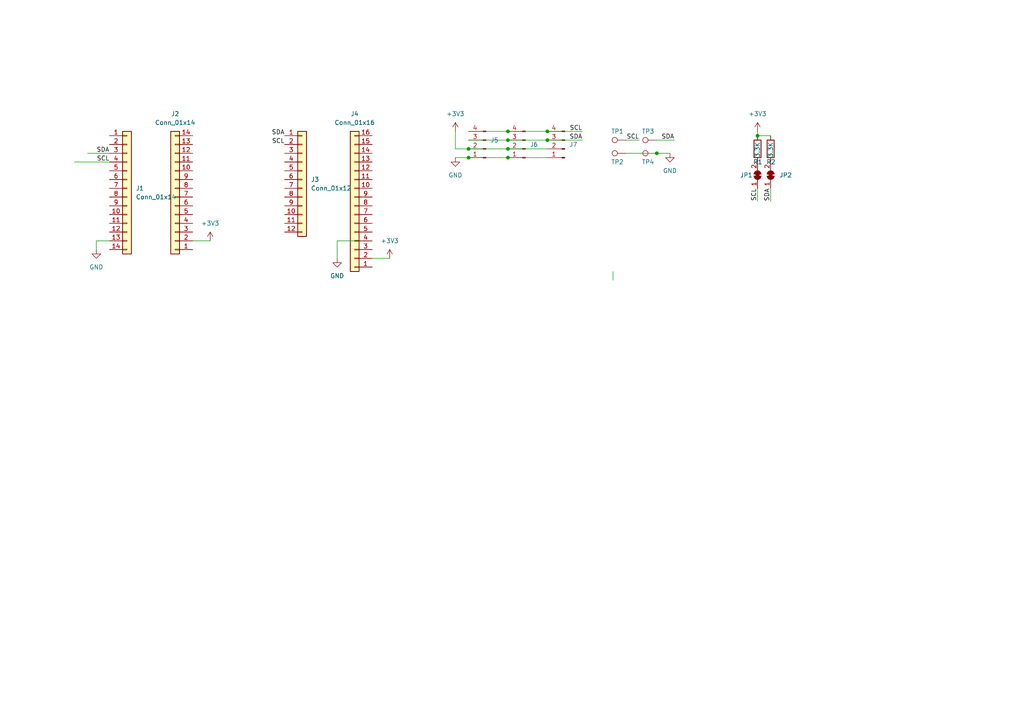
<source format=kicad_sch>
(kicad_sch (version 20210621) (generator eeschema)
  (paper "A4")
  (lib_symbols
    (symbol "Connector:Conn_01x04_Male" (pin_names (offset 1.016) hide)
      (property "Reference" "J" (at 0 5.08 0))
      (property "Value" "Conn_01x04_Male" (at 0 -7.62 0))
      (symbol "Conn_01x04_Male_1_1"
        (polyline (pts (xy 1.27 -5.08) (xy 0.8636 -5.08)) (stroke (width 0.1524)))
        (polyline (pts (xy 1.27 -2.54) (xy 0.8636 -2.54)) (stroke (width 0.1524)))
        (polyline (pts (xy 1.27 0) (xy 0.8636 0)) (stroke (width 0.1524)))
        (polyline (pts (xy 1.27 2.54) (xy 0.8636 2.54)) (stroke (width 0.1524)))
        (rectangle (start 0.8636 -4.953) (end 0 -5.207) (stroke (width 0.1524)) (fill (type outline)))
        (rectangle (start 0.8636 -2.413) (end 0 -2.667) (stroke (width 0.1524)) (fill (type outline)))
        (rectangle (start 0.8636 0.127) (end 0 -0.127) (stroke (width 0.1524)) (fill (type outline)))
        (rectangle (start 0.8636 2.667) (end 0 2.413) (stroke (width 0.1524)) (fill (type outline)))
        (pin passive line (at 5.08 2.54 180) (length 3.81) (name "Pin_1") (number "1"))
        (pin passive line (at 5.08 0 180) (length 3.81) (name "Pin_2") (number "2"))
        (pin passive line (at 5.08 -2.54 180) (length 3.81) (name "Pin_3") (number "3"))
        (pin passive line (at 5.08 -5.08 180) (length 3.81) (name "Pin_4") (number "4"))
      )
    )
    (symbol "Connector:TestPoint" (pin_numbers hide) (pin_names (offset 0.762) hide)
      (property "Reference" "TP" (at 0 6.858 0))
      (property "Value" "TestPoint" (at 0 5.08 0))
      (symbol "TestPoint_0_1"
        (circle (center 0 3.302) (radius 0.762))
      )
      (symbol "TestPoint_1_1"
        (pin passive line (at 0 0 90) (length 2.54) (name "1") (number "1"))
      )
    )
    (symbol "Connector_Generic:Conn_01x12" (pin_names (offset 1.016) hide)
      (property "Reference" "J" (at 0 15.24 0))
      (property "Value" "Conn_01x12" (at 0 -17.78 0))
      (symbol "Conn_01x12_1_1"
        (rectangle (start -1.27 -15.113) (end 0 -15.367) (stroke (width 0.1524)))
        (rectangle (start -1.27 -12.573) (end 0 -12.827) (stroke (width 0.1524)))
        (rectangle (start -1.27 -10.033) (end 0 -10.287) (stroke (width 0.1524)))
        (rectangle (start -1.27 -7.493) (end 0 -7.747) (stroke (width 0.1524)))
        (rectangle (start -1.27 -4.953) (end 0 -5.207) (stroke (width 0.1524)))
        (rectangle (start -1.27 -2.413) (end 0 -2.667) (stroke (width 0.1524)))
        (rectangle (start -1.27 0.127) (end 0 -0.127) (stroke (width 0.1524)))
        (rectangle (start -1.27 2.667) (end 0 2.413) (stroke (width 0.1524)))
        (rectangle (start -1.27 5.207) (end 0 4.953) (stroke (width 0.1524)))
        (rectangle (start -1.27 7.747) (end 0 7.493) (stroke (width 0.1524)))
        (rectangle (start -1.27 10.287) (end 0 10.033) (stroke (width 0.1524)))
        (rectangle (start -1.27 12.827) (end 0 12.573) (stroke (width 0.1524)))
        (rectangle (start -1.27 13.97) (end 1.27 -16.51) (stroke (width 0.254)) (fill (type background)))
        (pin passive line (at -5.08 12.7 0) (length 3.81) (name "Pin_1") (number "1"))
        (pin passive line (at -5.08 -10.16 0) (length 3.81) (name "Pin_10") (number "10"))
        (pin passive line (at -5.08 -12.7 0) (length 3.81) (name "Pin_11") (number "11"))
        (pin passive line (at -5.08 -15.24 0) (length 3.81) (name "Pin_12") (number "12"))
        (pin passive line (at -5.08 10.16 0) (length 3.81) (name "Pin_2") (number "2"))
        (pin passive line (at -5.08 7.62 0) (length 3.81) (name "Pin_3") (number "3"))
        (pin passive line (at -5.08 5.08 0) (length 3.81) (name "Pin_4") (number "4"))
        (pin passive line (at -5.08 2.54 0) (length 3.81) (name "Pin_5") (number "5"))
        (pin passive line (at -5.08 0 0) (length 3.81) (name "Pin_6") (number "6"))
        (pin passive line (at -5.08 -2.54 0) (length 3.81) (name "Pin_7") (number "7"))
        (pin passive line (at -5.08 -5.08 0) (length 3.81) (name "Pin_8") (number "8"))
        (pin passive line (at -5.08 -7.62 0) (length 3.81) (name "Pin_9") (number "9"))
      )
    )
    (symbol "Connector_Generic:Conn_01x14" (pin_names (offset 1.016) hide)
      (property "Reference" "J" (at 0 17.78 0))
      (property "Value" "Conn_01x14" (at 0 -20.32 0))
      (symbol "Conn_01x14_1_1"
        (rectangle (start -1.27 -17.653) (end 0 -17.907) (stroke (width 0.1524)))
        (rectangle (start -1.27 -15.113) (end 0 -15.367) (stroke (width 0.1524)))
        (rectangle (start -1.27 -12.573) (end 0 -12.827) (stroke (width 0.1524)))
        (rectangle (start -1.27 -10.033) (end 0 -10.287) (stroke (width 0.1524)))
        (rectangle (start -1.27 -7.493) (end 0 -7.747) (stroke (width 0.1524)))
        (rectangle (start -1.27 -4.953) (end 0 -5.207) (stroke (width 0.1524)))
        (rectangle (start -1.27 -2.413) (end 0 -2.667) (stroke (width 0.1524)))
        (rectangle (start -1.27 0.127) (end 0 -0.127) (stroke (width 0.1524)))
        (rectangle (start -1.27 2.667) (end 0 2.413) (stroke (width 0.1524)))
        (rectangle (start -1.27 5.207) (end 0 4.953) (stroke (width 0.1524)))
        (rectangle (start -1.27 7.747) (end 0 7.493) (stroke (width 0.1524)))
        (rectangle (start -1.27 10.287) (end 0 10.033) (stroke (width 0.1524)))
        (rectangle (start -1.27 12.827) (end 0 12.573) (stroke (width 0.1524)))
        (rectangle (start -1.27 15.367) (end 0 15.113) (stroke (width 0.1524)))
        (rectangle (start -1.27 16.51) (end 1.27 -19.05) (stroke (width 0.254)) (fill (type background)))
        (pin passive line (at -5.08 15.24 0) (length 3.81) (name "Pin_1") (number "1"))
        (pin passive line (at -5.08 -7.62 0) (length 3.81) (name "Pin_10") (number "10"))
        (pin passive line (at -5.08 -10.16 0) (length 3.81) (name "Pin_11") (number "11"))
        (pin passive line (at -5.08 -12.7 0) (length 3.81) (name "Pin_12") (number "12"))
        (pin passive line (at -5.08 -15.24 0) (length 3.81) (name "Pin_13") (number "13"))
        (pin passive line (at -5.08 -17.78 0) (length 3.81) (name "Pin_14") (number "14"))
        (pin passive line (at -5.08 12.7 0) (length 3.81) (name "Pin_2") (number "2"))
        (pin passive line (at -5.08 10.16 0) (length 3.81) (name "Pin_3") (number "3"))
        (pin passive line (at -5.08 7.62 0) (length 3.81) (name "Pin_4") (number "4"))
        (pin passive line (at -5.08 5.08 0) (length 3.81) (name "Pin_5") (number "5"))
        (pin passive line (at -5.08 2.54 0) (length 3.81) (name "Pin_6") (number "6"))
        (pin passive line (at -5.08 0 0) (length 3.81) (name "Pin_7") (number "7"))
        (pin passive line (at -5.08 -2.54 0) (length 3.81) (name "Pin_8") (number "8"))
        (pin passive line (at -5.08 -5.08 0) (length 3.81) (name "Pin_9") (number "9"))
      )
    )
    (symbol "Connector_Generic:Conn_01x16" (pin_names (offset 1.016) hide)
      (property "Reference" "J" (at 0 20.32 0))
      (property "Value" "Conn_01x16" (at 0 -22.86 0))
      (symbol "Conn_01x16_1_1"
        (rectangle (start -1.27 -20.193) (end 0 -20.447) (stroke (width 0.1524)))
        (rectangle (start -1.27 -17.653) (end 0 -17.907) (stroke (width 0.1524)))
        (rectangle (start -1.27 -15.113) (end 0 -15.367) (stroke (width 0.1524)))
        (rectangle (start -1.27 -12.573) (end 0 -12.827) (stroke (width 0.1524)))
        (rectangle (start -1.27 -10.033) (end 0 -10.287) (stroke (width 0.1524)))
        (rectangle (start -1.27 -7.493) (end 0 -7.747) (stroke (width 0.1524)))
        (rectangle (start -1.27 -4.953) (end 0 -5.207) (stroke (width 0.1524)))
        (rectangle (start -1.27 -2.413) (end 0 -2.667) (stroke (width 0.1524)))
        (rectangle (start -1.27 0.127) (end 0 -0.127) (stroke (width 0.1524)))
        (rectangle (start -1.27 2.667) (end 0 2.413) (stroke (width 0.1524)))
        (rectangle (start -1.27 5.207) (end 0 4.953) (stroke (width 0.1524)))
        (rectangle (start -1.27 7.747) (end 0 7.493) (stroke (width 0.1524)))
        (rectangle (start -1.27 10.287) (end 0 10.033) (stroke (width 0.1524)))
        (rectangle (start -1.27 12.827) (end 0 12.573) (stroke (width 0.1524)))
        (rectangle (start -1.27 15.367) (end 0 15.113) (stroke (width 0.1524)))
        (rectangle (start -1.27 17.907) (end 0 17.653) (stroke (width 0.1524)))
        (rectangle (start -1.27 19.05) (end 1.27 -21.59) (stroke (width 0.254)) (fill (type background)))
        (pin passive line (at -5.08 17.78 0) (length 3.81) (name "Pin_1") (number "1"))
        (pin passive line (at -5.08 -5.08 0) (length 3.81) (name "Pin_10") (number "10"))
        (pin passive line (at -5.08 -7.62 0) (length 3.81) (name "Pin_11") (number "11"))
        (pin passive line (at -5.08 -10.16 0) (length 3.81) (name "Pin_12") (number "12"))
        (pin passive line (at -5.08 -12.7 0) (length 3.81) (name "Pin_13") (number "13"))
        (pin passive line (at -5.08 -15.24 0) (length 3.81) (name "Pin_14") (number "14"))
        (pin passive line (at -5.08 -17.78 0) (length 3.81) (name "Pin_15") (number "15"))
        (pin passive line (at -5.08 -20.32 0) (length 3.81) (name "Pin_16") (number "16"))
        (pin passive line (at -5.08 15.24 0) (length 3.81) (name "Pin_2") (number "2"))
        (pin passive line (at -5.08 12.7 0) (length 3.81) (name "Pin_3") (number "3"))
        (pin passive line (at -5.08 10.16 0) (length 3.81) (name "Pin_4") (number "4"))
        (pin passive line (at -5.08 7.62 0) (length 3.81) (name "Pin_5") (number "5"))
        (pin passive line (at -5.08 5.08 0) (length 3.81) (name "Pin_6") (number "6"))
        (pin passive line (at -5.08 2.54 0) (length 3.81) (name "Pin_7") (number "7"))
        (pin passive line (at -5.08 0 0) (length 3.81) (name "Pin_8") (number "8"))
        (pin passive line (at -5.08 -2.54 0) (length 3.81) (name "Pin_9") (number "9"))
      )
    )
    (symbol "Device:R" (pin_numbers hide) (pin_names (offset 0))
      (property "Reference" "R" (at 2.032 0 90))
      (property "Value" "R" (at 0 0 90))
      (symbol "R_0_1"
        (rectangle (start -1.016 -2.54) (end 1.016 2.54) (stroke (width 0.254)))
      )
      (symbol "R_1_1"
        (pin passive line (at 0 3.81 270) (length 1.27) (name "~") (number "1"))
        (pin passive line (at 0 -3.81 90) (length 1.27) (name "~") (number "2"))
      )
    )
    (symbol "Jumper:SolderJumper_2_Bridged" (pin_names (offset 0) hide)
      (property "Reference" "JP" (at 0 2.032 0))
      (property "Value" "SolderJumper_2_Bridged" (at 0 -2.54 0))
      (symbol "SolderJumper_2_Bridged_0_1"
        (rectangle (start -0.508 0.508) (end 0.508 -0.508) (fill (type outline)))
        (arc (start -0.254 1.016) (mid -1.27 0) (end -0.254 -1.016))
        (arc (start -0.254 1.016) (mid -1.27 0) (end -0.254 -1.016) (fill (type outline)))
        (polyline (pts (xy -0.254 1.016) (xy -0.254 -1.016)))
        (polyline (pts (xy 0.254 1.016) (xy 0.254 -1.016)))
        (arc (start 0.254 -1.016) (mid 1.27 0) (end 0.254 1.016))
        (arc (start 0.254 -1.016) (mid 1.27 0) (end 0.254 1.016) (fill (type outline)))
      )
      (symbol "SolderJumper_2_Bridged_1_1"
        (pin passive line (at -3.81 0 0) (length 2.54) (name "A") (number "1"))
        (pin passive line (at 3.81 0 180) (length 2.54) (name "B") (number "2"))
      )
    )
    (symbol "power:+3.3V" (power) (pin_names (offset 0))
      (property "Value" "+3.3V" (at 0 3.556 0))
      (symbol "+3.3V_0_1"
        (polyline (pts (xy -0.762 1.27) (xy 0 2.54)))
        (polyline (pts (xy 0 0) (xy 0 2.54)))
        (polyline (pts (xy 0 2.54) (xy 0.762 1.27)))
      )
      (symbol "+3.3V_1_1"
        (pin power_in line (at 0 0 90) (length 0) hide (name "+3V3") (number "1"))
      )
    )
    (symbol "power:GND" (power) (pin_names (offset 0))
      (property "Value" "GND" (at 0 -3.81 0))
      (symbol "GND_0_1"
        (polyline (pts (xy 0 0) (xy 0 -1.27) (xy 1.27 -1.27) (xy 0 -2.54) (xy -1.27 -1.27) (xy 0 -1.27)))
      )
      (symbol "GND_1_1"
        (pin power_in line (at 0 0 270) (length 0) hide (name "GND") (number "1"))
      )
    )
  )
  (junction (at 135.89 43.18))
  (junction (at 158.75 38.1))
  (junction (at 135.89 45.72))
  (junction (at 147.32 45.72))
  (junction (at 158.75 40.64))
  (junction (at 147.32 43.18))
  (junction (at 147.32 38.1))
  (junction (at 190.5 44.45))
  (junction (at 147.32 40.64))
  (junction (at 219.71 39.37))
  (wire (pts (xy 158.75 40.64) (xy 168.91 40.64)))
  (wire (pts (xy 181.61 40.64) (xy 185.42 40.64)))
  (wire (pts (xy 132.08 45.72) (xy 135.89 45.72)))
  (wire (pts (xy 107.95 74.93) (xy 113.03 74.93)))
  (wire (pts (xy 135.89 45.72) (xy 147.32 45.72)))
  (wire (pts (xy 219.71 38.1) (xy 219.71 39.37)))
  (wire (pts (xy 190.5 40.64) (xy 195.58 40.64)))
  (wire (pts (xy 135.89 43.18) (xy 147.32 43.18)))
  (wire (pts (xy 219.71 39.37) (xy 223.52 39.37)))
  (wire (pts (xy 147.32 45.72) (xy 158.75 45.72)))
  (wire (pts (xy 223.52 54.61) (xy 223.52 58.42)))
  (wire (pts (xy 158.75 38.1) (xy 168.91 38.1)))
  (wire (pts (xy 177.8 81.28) (xy 177.8 78.74)))
  (wire (pts (xy 181.61 44.45) (xy 190.5 44.45)))
  (wire (pts (xy 55.88 69.85) (xy 60.96 69.85)))
  (wire (pts (xy 135.89 38.1) (xy 147.32 38.1)))
  (wire (pts (xy 147.32 43.18) (xy 158.75 43.18)))
  (wire (pts (xy 190.5 44.45) (xy 194.31 44.45)))
  (wire (pts (xy 107.95 69.85) (xy 97.79 69.85)))
  (wire (pts (xy 97.79 69.85) (xy 97.79 74.93)))
  (wire (pts (xy 135.89 40.64) (xy 147.32 40.64)))
  (wire (pts (xy 21.59 46.99) (xy 31.75 46.99)))
  (wire (pts (xy 31.75 69.85) (xy 27.94 69.85)))
  (wire (pts (xy 27.94 69.85) (xy 27.94 72.39)))
  (wire (pts (xy 135.89 43.18) (xy 132.08 43.18)))
  (wire (pts (xy 132.08 38.1) (xy 132.08 43.18)))
  (wire (pts (xy 147.32 38.1) (xy 158.75 38.1)))
  (wire (pts (xy 25.4 44.45) (xy 31.75 44.45)))
  (wire (pts (xy 219.71 54.61) (xy 219.71 58.42)))
  (wire (pts (xy 147.32 40.64) (xy 158.75 40.64)))
  (label "SCL" (at 185.42 40.64 180))
  (label "SDA" (at 195.58 40.64 180))
  (label "SDA" (at 31.75 44.45 180))
  (label "SCL" (at 219.71 54.61 270))
  (label "SDA" (at 82.55 39.37 180))
  (label "SDA" (at 168.91 40.64 180))
  (label "SDA" (at 223.52 54.61 270))
  (label "SCL" (at 82.55 41.91 180))
  (label "SCL" (at 31.75 46.99 180))
  (label "SCL" (at 168.91 38.1 180))
  (symbol (lib_id "power:+3.3V") (at 60.96 69.85 0) (unit 1)
    (property "Reference" "#PWR03" (effects hide))
    (property "Value" "+3.3V" (at 60.96 64.77 0))
  )
  (symbol (lib_id "Connector:TestPoint") (at 181.61 40.64 90) (unit 1)
    (property "Reference" "TP1" (at 179.07 38.1 90))
    (property "Value" "TestPoint" (effects hide))
    (property "Footprint" "TestPoint:TestPoint_Keystone_5000-5004_Miniature" (effects hide))
  )
  (symbol (lib_id "Connector:TestPoint") (at 190.5 44.45 90) (unit 1)
    (property "Reference" "TP4" (at 187.96 46.99 90))
    (property "Value" "TestPoint" (effects hide))
    (property "Footprint" "TestPoint:TestPoint_Keystone_5000-5004_Miniature" (effects hide))
  )
  (symbol (lib_id "power:+3.3V") (at 113.03 74.93 0) (unit 1)
    (property "Reference" "#PWR05" (effects hide))
    (property "Value" "+3.3V" (at 113.03 69.85 0))
  )
  (symbol (lib_id "power:+3.3V") (at 219.71 38.1 0) (unit 1)
    (property "Reference" "#PWR01" (effects hide))
    (property "Value" "+3.3V" (at 219.71 33.02 0))
  )
  (symbol (lib_id "power:+3.3V") (at 132.08 38.1 0) (unit 1)
    (property "Reference" "#PWR06" (effects hide))
    (property "Value" "+3.3V" (at 132.08 33.02 0))
  )
  (symbol (lib_id "Connector:Conn_01x04_Male") (at 152.4 43.18 180) (unit 1)
    (property "Reference" "J6" (at 153.67 41.9099 0) (effects (justify right)))
    (property "Value" "Conn_01x04_Male" (effects hide))
    (property "Footprint" "Connector_JST:JST_SH_SM04B-SRSS-TB_1x04-1MP_P1.00mm_Horizontal" (effects hide))
  )
  (symbol (lib_id "Connector_Generic:Conn_01x14") (at 36.83 54.61 0) (unit 1)
    (property "Reference" "J1" (at 39.37 54.6099 0) (effects (justify left)))
    (property "Value" "Conn_01x14" (at 39.37 57.1499 0) (effects (justify left)))
    (property "Footprint" "Connector_PinSocket_2.54mm:PinSocket_1x14_P2.54mm_Vertical" (effects hide))
  )
  (symbol (lib_id "Connector:TestPoint") (at 190.5 40.64 90) (unit 1)
    (property "Reference" "TP3" (at 187.96 38.1 90))
    (property "Value" "TestPoint" (effects hide))
    (property "Footprint" "TestPoint:TestPoint_Keystone_5000-5004_Miniature" (effects hide))
  )
  (symbol (lib_id "power:GND") (at 132.08 45.72 0) (unit 1)
    (property "Reference" "#PWR07" (effects hide))
    (property "Value" "GND" (at 132.08 50.8 0))
  )
  (symbol (lib_id "Jumper:SolderJumper_2_Bridged") (at 219.71 50.8 90) (unit 1)
    (property "Reference" "JP1" (at 214.63 50.8 90) (effects (justify right)))
    (property "Value" "SolderJumper_2_Bridged" (effects hide))
    (property "Footprint" "shurik-personal:SolderJumper-2_P1.3mm_Bridged" (effects hide))
  )
  (symbol (lib_id "power:GND") (at 194.31 44.45 0) (unit 1)
    (property "Reference" "#PWR08" (effects hide))
    (property "Value" "GND" (at 194.31 49.53 0))
  )
  (symbol (lib_id "power:GND") (at 27.94 72.39 0) (unit 1)
    (property "Reference" "#PWR02" (effects hide))
    (property "Value" "GND" (at 27.94 77.47 0))
  )
  (symbol (lib_id "Connector_Generic:Conn_01x12") (at 87.63 52.07 0) (unit 1)
    (property "Reference" "J3" (at 90.17 52.0699 0) (effects (justify left)))
    (property "Value" "Conn_01x12" (at 90.17 54.6099 0) (effects (justify left)))
    (property "Footprint" "Connector_PinSocket_2.54mm:PinSocket_1x12_P2.54mm_Vertical" (effects hide))
  )
  (symbol (lib_id "Connector_Generic:Conn_01x14") (at 50.8 57.15 180) (unit 1)
    (property "Reference" "J2" (at 50.8 33.02 0))
    (property "Value" "Conn_01x14" (at 50.8 35.56 0))
    (property "Footprint" "Connector_PinSocket_2.54mm:PinSocket_1x14_P2.54mm_Vertical" (effects hide))
  )
  (symbol (lib_id "power:GND") (at 97.79 74.93 0) (unit 1)
    (property "Reference" "#PWR04" (effects hide))
    (property "Value" "GND" (at 97.79 80.01 0))
  )
  (symbol (lib_id "Connector:Conn_01x04_Male") (at 163.83 43.18 180) (unit 1)
    (property "Reference" "J7" (at 165.1 41.9099 0) (effects (justify right)))
    (property "Value" "Conn_01x04_Male" (effects hide))
    (property "Footprint" "Connector_PinHeader_2.54mm:PinHeader_1x04_P2.54mm_Vertical" (effects hide))
  )
  (symbol (lib_id "Connector:Conn_01x04_Male") (at 140.97 43.18 180) (unit 1)
    (property "Reference" "J5" (at 142.24 40.6399 0) (effects (justify right)))
    (property "Value" "Conn_01x04_Male" (effects hide))
    (property "Footprint" "Connector_JST:JST_SH_SM04B-SRSS-TB_1x04-1MP_P1.00mm_Horizontal" (effects hide))
  )
  (symbol (lib_id "Device:R") (at 219.71 43.18 0) (unit 1)
    (property "Reference" "R1" (at 218.44 46.99 0) (effects (justify left)))
    (property "Value" "3.3K" (at 219.71 45.72 90) (effects (justify left)))
    (property "Footprint" "Resistor_SMD:R_0805_2012Metric" (effects hide))
  )
  (symbol (lib_id "Connector_Generic:Conn_01x16") (at 102.87 59.69 180) (unit 1)
    (property "Reference" "J4" (at 102.87 33.02 0))
    (property "Value" "Conn_01x16" (at 102.87 35.56 0))
    (property "Footprint" "Connector_PinSocket_2.54mm:PinSocket_1x16_P2.54mm_Vertical" (effects hide))
  )
  (symbol (lib_id "Jumper:SolderJumper_2_Bridged") (at 223.52 50.8 90) (unit 1)
    (property "Reference" "JP2" (at 226.06 50.7999 90) (effects (justify right)))
    (property "Value" "SolderJumper_2_Bridged" (effects hide))
    (property "Footprint" "shurik-personal:SolderJumper-2_P1.3mm_Bridged" (effects hide))
  )
  (symbol (lib_id "Connector:TestPoint") (at 181.61 44.45 90) (unit 1)
    (property "Reference" "TP2" (at 179.07 46.99 90))
    (property "Value" "TestPoint" (effects hide))
    (property "Footprint" "TestPoint:TestPoint_Keystone_5000-5004_Miniature" (effects hide))
  )
  (symbol (lib_id "Device:R") (at 223.52 43.18 0) (unit 1)
    (property "Reference" "R2" (at 222.25 46.99 0) (effects (justify left)))
    (property "Value" "3.3K" (at 223.52 45.72 90) (effects (justify left)))
    (property "Footprint" "Resistor_SMD:R_0805_2012Metric" (effects hide))
  )
)
</source>
